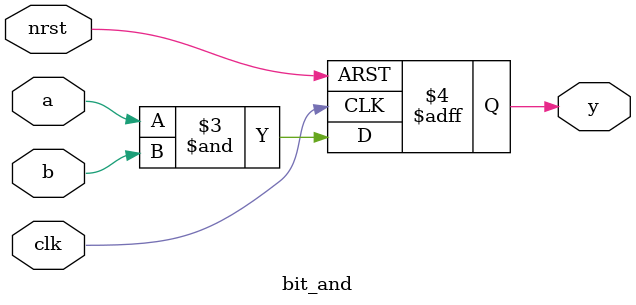
<source format=v>
module bit_and (
  input clk,
  input nrst,

  input a,
  input b,

  output reg y
);

  always @ (posedge clk or negedge nrst)
    if (!nrst)
      y <= 'b0;
    else
      y <= (a & b);

endmodule

</source>
